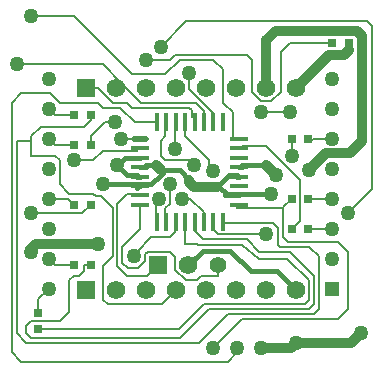
<source format=gtl>
%FSLAX23Y23*%
%MOIN*%
G70*
G01*
G75*
%ADD10R,0.030X0.030*%
%ADD11O,0.059X0.018*%
%ADD12R,0.059X0.018*%
%ADD13R,0.018X0.059*%
%ADD14C,0.032*%
%ADD15C,0.015*%
%ADD16C,0.016*%
%ADD17C,0.025*%
%ADD18C,0.008*%
%ADD19R,0.050X0.050*%
%ADD20C,0.050*%
%ADD21C,0.055*%
%ADD22C,0.062*%
%ADD23R,0.062X0.062*%
D10*
X9925Y8061D02*
D03*
X9870D02*
D03*
X10595Y7981D02*
D03*
X10650D02*
D03*
X10595Y8081D02*
D03*
X10650D02*
D03*
X9925Y8361D02*
D03*
X9870D02*
D03*
X10595Y8281D02*
D03*
X10650D02*
D03*
X9925Y8261D02*
D03*
X9870D02*
D03*
X9925Y7861D02*
D03*
X9870D02*
D03*
X9750Y7646D02*
D03*
Y7701D02*
D03*
X10785Y8601D02*
D03*
X10730D02*
D03*
D11*
X10090Y8281D02*
D03*
D12*
Y8249D02*
D03*
Y8218D02*
D03*
Y8186D02*
D03*
Y8155D02*
D03*
Y8123D02*
D03*
Y8092D02*
D03*
Y8060D02*
D03*
X10420D02*
D03*
Y8092D02*
D03*
Y8123D02*
D03*
Y8155D02*
D03*
Y8186D02*
D03*
Y8218D02*
D03*
Y8249D02*
D03*
Y8281D02*
D03*
D13*
X10145Y8005D02*
D03*
X10176D02*
D03*
X10208D02*
D03*
X10239D02*
D03*
X10271D02*
D03*
X10302D02*
D03*
X10334D02*
D03*
X10365D02*
D03*
Y8336D02*
D03*
X10334D02*
D03*
X10302D02*
D03*
X10271D02*
D03*
X10239D02*
D03*
X10208D02*
D03*
X10176D02*
D03*
X10145D02*
D03*
D14*
X10793Y7601D02*
X10825Y7633D01*
X10610Y7601D02*
X10793D01*
X10510Y8193D02*
X10542Y8161D01*
X10769Y8561D02*
X10785Y8577D01*
X10720Y8561D02*
X10769D01*
X10610Y8451D02*
X10720Y8561D01*
X10510Y8451D02*
Y8609D01*
X10542Y8641D01*
X10814D01*
X10830Y8625D01*
Y8273D02*
Y8625D01*
X10789Y8232D02*
X10830Y8273D01*
X10709Y8232D02*
X10789D01*
X10654Y8177D02*
X10709Y8232D01*
X10269Y8121D02*
X10346D01*
X10254Y8136D02*
X10269Y8121D01*
X10254Y8136D02*
Y8145D01*
X10141Y8193D02*
X10158Y8176D01*
X9742Y7931D02*
X9950D01*
X9726Y7915D02*
X9742Y7931D01*
X9726Y7905D02*
Y7915D01*
X10494Y7585D02*
X10594D01*
X10610Y7601D01*
D15*
X10420Y8186D02*
X10430D01*
Y8193D01*
X10510D01*
X10078Y8117D02*
Y8123D01*
X10374Y8092D02*
X10420D01*
X10374Y8093D02*
X10378Y8097D01*
X10354Y8121D02*
X10378Y8097D01*
X10346Y8121D02*
X10354D01*
X10346D02*
X10386Y8161D01*
X10414D01*
Y8155D02*
Y8161D01*
Y8155D02*
X10420D01*
X10222Y8177D02*
X10254Y8145D01*
X10174Y8177D02*
X10222D01*
X10110Y8193D02*
X10141D01*
X10110Y8186D02*
Y8193D01*
X10090Y8186D02*
X10110D01*
X10014Y8193D02*
X10046Y8161D01*
X10078D01*
Y8155D02*
Y8161D01*
Y8155D02*
X10090D01*
X10039Y8218D02*
X10090D01*
X10014Y8193D02*
X10039Y8218D01*
X10078Y8123D02*
X10084D01*
X10090D01*
X10078Y8117D02*
X10084Y8123D01*
X10090Y8129D01*
X10378Y8097D02*
X10420D01*
X10526D01*
X9966Y8129D02*
X10090D01*
X10126D01*
X10158Y8161D01*
X10174Y8177D01*
X10158Y8161D02*
Y8176D01*
D16*
X10545Y7841D02*
X10610Y7776D01*
X10460Y7841D02*
X10545D01*
X10390Y7906D02*
X10460Y7841D01*
X10300Y7906D02*
X10390D01*
X10250Y7861D02*
X10300Y7906D01*
X10374Y8092D02*
Y8093D01*
D17*
X10785Y8577D02*
Y8601D01*
D18*
X10782Y8033D02*
X10862Y8113D01*
Y8657D01*
X10846Y8673D02*
X10862Y8657D01*
X10243Y8673D02*
X10846D01*
X10158Y8588D02*
X10243Y8673D01*
X9750Y7746D02*
X9785Y7781D01*
X9750Y7701D02*
Y7746D01*
X9785Y7881D02*
X9805Y7861D01*
X9870D01*
X9785Y8281D02*
X9805Y8261D01*
X9870D01*
X10650Y8281D02*
X10658Y8273D01*
X10666Y8281D01*
X10730D01*
X9785Y8381D02*
X9805Y8361D01*
X9870D01*
X10650Y8081D02*
X10730D01*
X10650Y7981D02*
X10730D01*
X9850Y8081D02*
X9870Y8061D01*
X9785Y8081D02*
X9850D01*
X10176Y8336D02*
Y8337D01*
X10174D02*
X10176D01*
X10174Y8289D02*
Y8337D01*
X10158Y8273D02*
X10174Y8289D01*
X10158Y8225D02*
Y8273D01*
Y8225D02*
X10174Y8209D01*
X10254D01*
X10270Y8193D01*
X9910Y8451D02*
X9948D01*
X9998Y8401D01*
X10046D01*
X10062Y8385D01*
X10254D01*
X10262Y8377D01*
Y8353D02*
Y8377D01*
Y8353D02*
X10271D01*
Y8336D02*
Y8353D01*
X10094Y8401D02*
X10276D01*
X10302Y8375D01*
Y8321D02*
Y8375D01*
Y8321D02*
X10302D01*
Y8336D01*
X9897Y8033D02*
X9925Y8061D01*
X9726Y8033D02*
X9897D01*
X9726Y8689D02*
X9870D01*
X10062Y8497D01*
X10174D01*
X10222Y8545D01*
X10334D01*
X10366Y8513D01*
Y8401D02*
Y8513D01*
Y8401D02*
X10398Y8369D01*
Y8281D02*
Y8369D01*
Y8281D02*
X10420D01*
X10595Y7981D02*
X10622Y8008D01*
Y8145D01*
X10510Y8257D02*
X10622Y8145D01*
X10430Y8257D02*
X10510D01*
X10430Y8249D02*
Y8257D01*
X10420Y8249D02*
X10430D01*
X10334Y8005D02*
X10334Y8001D01*
X10334D02*
X10334D01*
X10334Y7979D02*
Y8001D01*
Y7979D02*
X10350Y7963D01*
X10510D01*
X9750Y7646D02*
X10219D01*
X10302Y7729D01*
X10638D01*
X10654Y7745D01*
Y7809D01*
X10580Y7881D02*
X10654Y7809D01*
X10485Y7881D02*
X10580D01*
X10430Y7926D02*
X10485Y7881D01*
X10285Y7926D02*
X10430D01*
X10275Y7931D02*
X10285Y7926D01*
X10240Y7931D02*
X10275D01*
X10239Y7961D02*
X10240Y7931D01*
X10239Y7961D02*
Y8005D01*
X10027Y8281D02*
X10090D01*
X10078Y8249D02*
X10090D01*
X10078Y8241D02*
Y8249D01*
X9966Y8241D02*
X10078D01*
X9934Y8209D02*
X9966Y8241D01*
X9870Y8209D02*
X9934D01*
X10145Y8005D02*
Y8017D01*
X10142D02*
X10145D01*
X10142D02*
Y8073D01*
X10150Y8081D01*
X10153D01*
X10176Y8005D02*
Y8017D01*
X10174D02*
X10176D01*
X10174D02*
Y8049D01*
X10190Y8065D01*
Y8129D01*
X10208Y8001D02*
Y8005D01*
X10206Y8001D02*
X10208D01*
X10206Y7969D02*
Y8001D01*
X10190Y7953D02*
X10206Y7969D01*
X10126Y7953D02*
X10190D01*
X10078Y7905D02*
X10126Y7953D01*
X10078Y7897D02*
Y7905D01*
X10070Y7889D02*
X10078Y7897D01*
X10271Y7985D02*
Y8005D01*
X10270Y7985D02*
X10271D01*
X10270Y7978D02*
Y7985D01*
Y7978D02*
X10300Y7946D01*
X10446D01*
X10487Y7905D01*
X10589D01*
X10670Y7824D01*
Y7729D02*
Y7824D01*
X10654Y7713D02*
X10670Y7729D01*
X10318Y7713D02*
X10654D01*
X10222Y7617D02*
X10318Y7713D01*
X9725Y7617D02*
X10222D01*
X9710Y7632D02*
X9725Y7617D01*
X9710Y7632D02*
Y7658D01*
X9725Y7673D01*
X9822D01*
X9854Y7705D01*
Y7809D01*
X9870Y7825D01*
X9886D01*
X9902Y7841D01*
Y7861D01*
X9925D01*
X10302Y8005D02*
X10302Y8001D01*
X10302D02*
X10302D01*
X10302D02*
Y8036D01*
X10257Y8081D02*
X10302Y8036D01*
X10230Y8081D02*
X10257D01*
X9973Y8337D02*
X10006D01*
X9925Y8289D02*
X9973Y8337D01*
X9925Y8261D02*
Y8289D01*
X10595Y8225D02*
Y8281D01*
X10365Y8005D02*
X10370Y8001D01*
X10531D01*
X10550Y7982D01*
Y7926D02*
Y7982D01*
Y7926D02*
X10555Y7921D01*
X10654D01*
X10686Y7889D01*
Y7713D02*
Y7889D01*
X10670Y7697D02*
X10686Y7713D01*
X10382Y7697D02*
X10670D01*
X10286Y7601D02*
X10382Y7697D01*
X9710Y7601D02*
X10286D01*
X9678Y7633D02*
X9710Y7601D01*
X9678Y7633D02*
Y8273D01*
X9726Y8289D02*
X9758Y8321D01*
X9902D01*
X9925Y8344D01*
Y8361D01*
X10163Y7729D02*
X10210Y7776D01*
X9982Y7729D02*
X10163D01*
X9966Y7745D02*
X9982Y7729D01*
X9966Y7745D02*
Y7857D01*
X9998Y7889D01*
Y8049D01*
X9958Y8089D02*
X9998Y8049D01*
X9942Y8089D02*
X9958D01*
X9934Y8097D02*
X9942Y8089D01*
X9854Y8097D02*
X9934D01*
X9822Y8129D02*
X9854Y8097D01*
X9822Y8129D02*
Y8209D01*
X9806Y8225D02*
X9822Y8209D01*
X9726Y8225D02*
X9806D01*
X10566Y8052D02*
X10595Y8081D01*
X10414Y8049D02*
Y8060D01*
X10420D01*
X10566Y7953D02*
X10582Y7937D01*
X10750D01*
X10782Y7905D01*
Y7713D02*
Y7905D01*
X10750Y7681D02*
X10782Y7713D01*
X10430Y7681D02*
X10750D01*
X10334Y7585D02*
X10430Y7681D01*
X10254Y8446D02*
Y8499D01*
Y8446D02*
X10334Y8366D01*
Y8336D02*
Y8366D01*
Y8336D02*
X10334D01*
X10110Y8545D02*
X10190D01*
X10206Y8561D01*
X10446D01*
X10462Y8545D01*
Y8438D02*
Y8545D01*
Y8438D02*
X10494Y8406D01*
X10526D01*
X10558Y8438D01*
Y8569D01*
X10590Y8601D01*
X10730D01*
X9678Y8529D02*
X9966D01*
X10239Y8305D02*
Y8336D01*
X10239Y8305D02*
X10239D01*
X10238Y8304D02*
X10239Y8305D01*
X10238Y8289D02*
Y8304D01*
Y8289D02*
X10318Y8209D01*
Y8188D02*
Y8209D01*
Y8188D02*
X10334Y8172D01*
X10206Y8246D02*
Y8337D01*
X10208D01*
Y8336D02*
Y8337D01*
X10145Y8336D02*
Y8337D01*
X10071D02*
X10145D01*
X10023Y8385D02*
X10071Y8337D01*
X9966Y8385D02*
X10023D01*
X9950Y8401D02*
X9966Y8385D01*
X9822Y8401D02*
X9950D01*
X9790Y8433D02*
X9822Y8401D01*
X9694Y8433D02*
X9790D01*
X9662Y8401D02*
X9694Y8433D01*
X9662Y7569D02*
Y8401D01*
Y7569D02*
X9694Y7537D01*
X10382D01*
X10414Y7569D01*
Y7585D01*
X10494Y8369D02*
X10590D01*
X10114Y7825D02*
X10150Y7861D01*
X10046Y7825D02*
X10114D01*
X10014Y7857D02*
X10046Y7825D01*
X10014Y7857D02*
Y8065D01*
X10046Y8097D01*
X10078D01*
Y8092D02*
Y8097D01*
Y8092D02*
X10090D01*
Y7981D02*
Y8060D01*
X10030Y7921D02*
X10090Y7981D01*
X10030Y7868D02*
Y7921D01*
Y7868D02*
X10049Y7849D01*
X10083D01*
X10107Y7873D01*
Y7897D01*
X10115Y7905D01*
X10189D01*
X10206Y7888D01*
Y7844D02*
Y7888D01*
Y7844D02*
X10241Y7809D01*
X10278D01*
X10294Y7825D01*
X10350D01*
Y7861D01*
X9678Y8273D02*
X9726D01*
Y8225D02*
Y8273D01*
Y8289D01*
X10414Y8049D02*
X10420D01*
X10566D01*
Y7953D02*
Y8049D01*
Y8052D01*
X10010Y8451D02*
X10044D01*
X10094Y8401D01*
X10027Y8468D02*
X10044Y8451D01*
X9966Y8529D02*
X10027Y8468D01*
D19*
X10730Y7781D02*
D03*
D20*
Y7881D02*
D03*
Y7981D02*
D03*
Y8081D02*
D03*
Y8181D02*
D03*
Y8281D02*
D03*
Y8381D02*
D03*
Y8481D02*
D03*
X9785Y7781D02*
D03*
Y7881D02*
D03*
Y7981D02*
D03*
Y8081D02*
D03*
Y8181D02*
D03*
Y8281D02*
D03*
Y8381D02*
D03*
Y8481D02*
D03*
X10825Y7633D02*
D03*
X10542Y8161D02*
D03*
X10782Y8033D02*
D03*
X10158Y8588D02*
D03*
X10270Y8193D02*
D03*
X9726Y8033D02*
D03*
Y8689D02*
D03*
X10654Y8177D02*
D03*
X10510Y7963D02*
D03*
X10027Y8281D02*
D03*
X9870Y8209D02*
D03*
X10153Y8081D02*
D03*
X10190Y8129D02*
D03*
X10070Y7889D02*
D03*
X10230Y8081D02*
D03*
X10006Y8337D02*
D03*
X10595Y8225D02*
D03*
X10334Y7585D02*
D03*
X10254Y8499D02*
D03*
X10110Y8545D02*
D03*
X9678Y8529D02*
D03*
X10334Y8172D02*
D03*
X10206Y8246D02*
D03*
X10414Y7585D02*
D03*
X10590Y8369D02*
D03*
X10494D02*
D03*
X9966Y8129D02*
D03*
X10526Y8097D02*
D03*
X9950Y7931D02*
D03*
X9726Y7905D02*
D03*
X10494Y7585D02*
D03*
X10610Y7601D02*
D03*
X10014Y8193D02*
D03*
D21*
X10350Y7861D02*
D03*
D22*
X10250D02*
D03*
X10010Y8451D02*
D03*
X10110D02*
D03*
X10210D02*
D03*
X10310D02*
D03*
X10410D02*
D03*
X10510D02*
D03*
X10610D02*
D03*
X10010Y7776D02*
D03*
X10110Y7776D02*
D03*
X10210D02*
D03*
X10310D02*
D03*
X10410D02*
D03*
X10510D02*
D03*
X10610D02*
D03*
D23*
X10150Y7861D02*
D03*
X9910Y8451D02*
D03*
Y7776D02*
D03*
M02*

</source>
